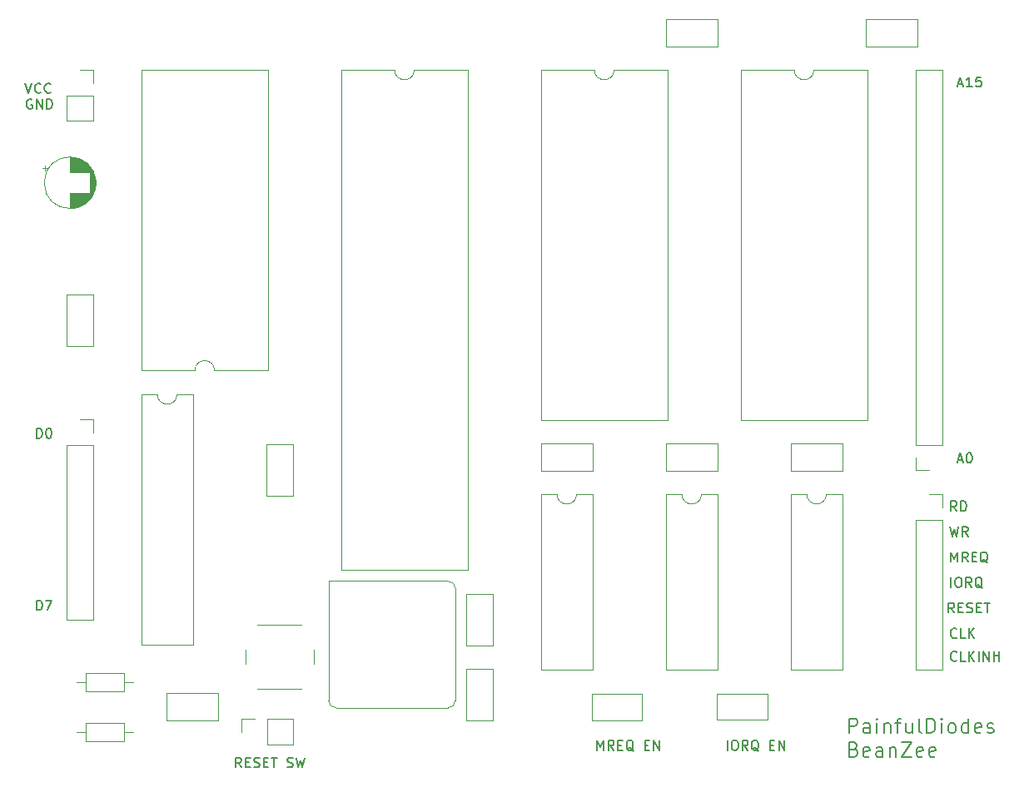
<source format=gbr>
%TF.GenerationSoftware,KiCad,Pcbnew,7.0.10*%
%TF.CreationDate,2024-12-14T08:00:09+00:00*%
%TF.ProjectId,z80_min_sbc_pcb,7a38305f-6d69-46e5-9f73-62635f706362,rev?*%
%TF.SameCoordinates,Original*%
%TF.FileFunction,Legend,Top*%
%TF.FilePolarity,Positive*%
%FSLAX46Y46*%
G04 Gerber Fmt 4.6, Leading zero omitted, Abs format (unit mm)*
G04 Created by KiCad (PCBNEW 7.0.10) date 2024-12-14 08:00:09*
%MOMM*%
%LPD*%
G01*
G04 APERTURE LIST*
%ADD10C,0.187500*%
%ADD11C,0.120000*%
G04 APERTURE END LIST*
D10*
X107361450Y-97117869D02*
X107361450Y-96117869D01*
X107361450Y-96117869D02*
X107599545Y-96117869D01*
X107599545Y-96117869D02*
X107742402Y-96165488D01*
X107742402Y-96165488D02*
X107837640Y-96260726D01*
X107837640Y-96260726D02*
X107885259Y-96355964D01*
X107885259Y-96355964D02*
X107932878Y-96546440D01*
X107932878Y-96546440D02*
X107932878Y-96689297D01*
X107932878Y-96689297D02*
X107885259Y-96879773D01*
X107885259Y-96879773D02*
X107837640Y-96975011D01*
X107837640Y-96975011D02*
X107742402Y-97070250D01*
X107742402Y-97070250D02*
X107599545Y-97117869D01*
X107599545Y-97117869D02*
X107361450Y-97117869D01*
X108551926Y-96117869D02*
X108647164Y-96117869D01*
X108647164Y-96117869D02*
X108742402Y-96165488D01*
X108742402Y-96165488D02*
X108790021Y-96213107D01*
X108790021Y-96213107D02*
X108837640Y-96308345D01*
X108837640Y-96308345D02*
X108885259Y-96498821D01*
X108885259Y-96498821D02*
X108885259Y-96736916D01*
X108885259Y-96736916D02*
X108837640Y-96927392D01*
X108837640Y-96927392D02*
X108790021Y-97022630D01*
X108790021Y-97022630D02*
X108742402Y-97070250D01*
X108742402Y-97070250D02*
X108647164Y-97117869D01*
X108647164Y-97117869D02*
X108551926Y-97117869D01*
X108551926Y-97117869D02*
X108456688Y-97070250D01*
X108456688Y-97070250D02*
X108409069Y-97022630D01*
X108409069Y-97022630D02*
X108361450Y-96927392D01*
X108361450Y-96927392D02*
X108313831Y-96736916D01*
X108313831Y-96736916D02*
X108313831Y-96498821D01*
X108313831Y-96498821D02*
X108361450Y-96308345D01*
X108361450Y-96308345D02*
X108409069Y-96213107D01*
X108409069Y-96213107D02*
X108456688Y-96165488D01*
X108456688Y-96165488D02*
X108551926Y-96117869D01*
X177611450Y-128867869D02*
X177611450Y-127867869D01*
X178278116Y-127867869D02*
X178468592Y-127867869D01*
X178468592Y-127867869D02*
X178563830Y-127915488D01*
X178563830Y-127915488D02*
X178659068Y-128010726D01*
X178659068Y-128010726D02*
X178706687Y-128201202D01*
X178706687Y-128201202D02*
X178706687Y-128534535D01*
X178706687Y-128534535D02*
X178659068Y-128725011D01*
X178659068Y-128725011D02*
X178563830Y-128820250D01*
X178563830Y-128820250D02*
X178468592Y-128867869D01*
X178468592Y-128867869D02*
X178278116Y-128867869D01*
X178278116Y-128867869D02*
X178182878Y-128820250D01*
X178182878Y-128820250D02*
X178087640Y-128725011D01*
X178087640Y-128725011D02*
X178040021Y-128534535D01*
X178040021Y-128534535D02*
X178040021Y-128201202D01*
X178040021Y-128201202D02*
X178087640Y-128010726D01*
X178087640Y-128010726D02*
X178182878Y-127915488D01*
X178182878Y-127915488D02*
X178278116Y-127867869D01*
X179706687Y-128867869D02*
X179373354Y-128391678D01*
X179135259Y-128867869D02*
X179135259Y-127867869D01*
X179135259Y-127867869D02*
X179516211Y-127867869D01*
X179516211Y-127867869D02*
X179611449Y-127915488D01*
X179611449Y-127915488D02*
X179659068Y-127963107D01*
X179659068Y-127963107D02*
X179706687Y-128058345D01*
X179706687Y-128058345D02*
X179706687Y-128201202D01*
X179706687Y-128201202D02*
X179659068Y-128296440D01*
X179659068Y-128296440D02*
X179611449Y-128344059D01*
X179611449Y-128344059D02*
X179516211Y-128391678D01*
X179516211Y-128391678D02*
X179135259Y-128391678D01*
X180801925Y-128963107D02*
X180706687Y-128915488D01*
X180706687Y-128915488D02*
X180611449Y-128820250D01*
X180611449Y-128820250D02*
X180468592Y-128677392D01*
X180468592Y-128677392D02*
X180373354Y-128629773D01*
X180373354Y-128629773D02*
X180278116Y-128629773D01*
X180325735Y-128867869D02*
X180230497Y-128820250D01*
X180230497Y-128820250D02*
X180135259Y-128725011D01*
X180135259Y-128725011D02*
X180087640Y-128534535D01*
X180087640Y-128534535D02*
X180087640Y-128201202D01*
X180087640Y-128201202D02*
X180135259Y-128010726D01*
X180135259Y-128010726D02*
X180230497Y-127915488D01*
X180230497Y-127915488D02*
X180325735Y-127867869D01*
X180325735Y-127867869D02*
X180516211Y-127867869D01*
X180516211Y-127867869D02*
X180611449Y-127915488D01*
X180611449Y-127915488D02*
X180706687Y-128010726D01*
X180706687Y-128010726D02*
X180754306Y-128201202D01*
X180754306Y-128201202D02*
X180754306Y-128534535D01*
X180754306Y-128534535D02*
X180706687Y-128725011D01*
X180706687Y-128725011D02*
X180611449Y-128820250D01*
X180611449Y-128820250D02*
X180516211Y-128867869D01*
X180516211Y-128867869D02*
X180325735Y-128867869D01*
X181944783Y-128344059D02*
X182278116Y-128344059D01*
X182420973Y-128867869D02*
X181944783Y-128867869D01*
X181944783Y-128867869D02*
X181944783Y-127867869D01*
X181944783Y-127867869D02*
X182420973Y-127867869D01*
X182849545Y-128867869D02*
X182849545Y-127867869D01*
X182849545Y-127867869D02*
X183420973Y-128867869D01*
X183420973Y-128867869D02*
X183420973Y-127867869D01*
X107361450Y-114617869D02*
X107361450Y-113617869D01*
X107361450Y-113617869D02*
X107599545Y-113617869D01*
X107599545Y-113617869D02*
X107742402Y-113665488D01*
X107742402Y-113665488D02*
X107837640Y-113760726D01*
X107837640Y-113760726D02*
X107885259Y-113855964D01*
X107885259Y-113855964D02*
X107932878Y-114046440D01*
X107932878Y-114046440D02*
X107932878Y-114189297D01*
X107932878Y-114189297D02*
X107885259Y-114379773D01*
X107885259Y-114379773D02*
X107837640Y-114475011D01*
X107837640Y-114475011D02*
X107742402Y-114570250D01*
X107742402Y-114570250D02*
X107599545Y-114617869D01*
X107599545Y-114617869D02*
X107361450Y-114617869D01*
X108266212Y-113617869D02*
X108932878Y-113617869D01*
X108932878Y-113617869D02*
X108504307Y-114617869D01*
X201063831Y-99332154D02*
X201540021Y-99332154D01*
X200968593Y-99617869D02*
X201301926Y-98617869D01*
X201301926Y-98617869D02*
X201635259Y-99617869D01*
X202159069Y-98617869D02*
X202254307Y-98617869D01*
X202254307Y-98617869D02*
X202349545Y-98665488D01*
X202349545Y-98665488D02*
X202397164Y-98713107D01*
X202397164Y-98713107D02*
X202444783Y-98808345D01*
X202444783Y-98808345D02*
X202492402Y-98998821D01*
X202492402Y-98998821D02*
X202492402Y-99236916D01*
X202492402Y-99236916D02*
X202444783Y-99427392D01*
X202444783Y-99427392D02*
X202397164Y-99522630D01*
X202397164Y-99522630D02*
X202349545Y-99570250D01*
X202349545Y-99570250D02*
X202254307Y-99617869D01*
X202254307Y-99617869D02*
X202159069Y-99617869D01*
X202159069Y-99617869D02*
X202063831Y-99570250D01*
X202063831Y-99570250D02*
X202016212Y-99522630D01*
X202016212Y-99522630D02*
X201968593Y-99427392D01*
X201968593Y-99427392D02*
X201920974Y-99236916D01*
X201920974Y-99236916D02*
X201920974Y-98998821D01*
X201920974Y-98998821D02*
X201968593Y-98808345D01*
X201968593Y-98808345D02*
X202016212Y-98713107D01*
X202016212Y-98713107D02*
X202063831Y-98665488D01*
X202063831Y-98665488D02*
X202159069Y-98617869D01*
X200932878Y-117373630D02*
X200885259Y-117421250D01*
X200885259Y-117421250D02*
X200742402Y-117468869D01*
X200742402Y-117468869D02*
X200647164Y-117468869D01*
X200647164Y-117468869D02*
X200504307Y-117421250D01*
X200504307Y-117421250D02*
X200409069Y-117326011D01*
X200409069Y-117326011D02*
X200361450Y-117230773D01*
X200361450Y-117230773D02*
X200313831Y-117040297D01*
X200313831Y-117040297D02*
X200313831Y-116897440D01*
X200313831Y-116897440D02*
X200361450Y-116706964D01*
X200361450Y-116706964D02*
X200409069Y-116611726D01*
X200409069Y-116611726D02*
X200504307Y-116516488D01*
X200504307Y-116516488D02*
X200647164Y-116468869D01*
X200647164Y-116468869D02*
X200742402Y-116468869D01*
X200742402Y-116468869D02*
X200885259Y-116516488D01*
X200885259Y-116516488D02*
X200932878Y-116564107D01*
X201837640Y-117468869D02*
X201361450Y-117468869D01*
X201361450Y-117468869D02*
X201361450Y-116468869D01*
X202170974Y-117468869D02*
X202170974Y-116468869D01*
X202742402Y-117468869D02*
X202313831Y-116897440D01*
X202742402Y-116468869D02*
X202170974Y-117040297D01*
X164361450Y-128867869D02*
X164361450Y-127867869D01*
X164361450Y-127867869D02*
X164694783Y-128582154D01*
X164694783Y-128582154D02*
X165028116Y-127867869D01*
X165028116Y-127867869D02*
X165028116Y-128867869D01*
X166075735Y-128867869D02*
X165742402Y-128391678D01*
X165504307Y-128867869D02*
X165504307Y-127867869D01*
X165504307Y-127867869D02*
X165885259Y-127867869D01*
X165885259Y-127867869D02*
X165980497Y-127915488D01*
X165980497Y-127915488D02*
X166028116Y-127963107D01*
X166028116Y-127963107D02*
X166075735Y-128058345D01*
X166075735Y-128058345D02*
X166075735Y-128201202D01*
X166075735Y-128201202D02*
X166028116Y-128296440D01*
X166028116Y-128296440D02*
X165980497Y-128344059D01*
X165980497Y-128344059D02*
X165885259Y-128391678D01*
X165885259Y-128391678D02*
X165504307Y-128391678D01*
X166504307Y-128344059D02*
X166837640Y-128344059D01*
X166980497Y-128867869D02*
X166504307Y-128867869D01*
X166504307Y-128867869D02*
X166504307Y-127867869D01*
X166504307Y-127867869D02*
X166980497Y-127867869D01*
X168075735Y-128963107D02*
X167980497Y-128915488D01*
X167980497Y-128915488D02*
X167885259Y-128820250D01*
X167885259Y-128820250D02*
X167742402Y-128677392D01*
X167742402Y-128677392D02*
X167647164Y-128629773D01*
X167647164Y-128629773D02*
X167551926Y-128629773D01*
X167599545Y-128867869D02*
X167504307Y-128820250D01*
X167504307Y-128820250D02*
X167409069Y-128725011D01*
X167409069Y-128725011D02*
X167361450Y-128534535D01*
X167361450Y-128534535D02*
X167361450Y-128201202D01*
X167361450Y-128201202D02*
X167409069Y-128010726D01*
X167409069Y-128010726D02*
X167504307Y-127915488D01*
X167504307Y-127915488D02*
X167599545Y-127867869D01*
X167599545Y-127867869D02*
X167790021Y-127867869D01*
X167790021Y-127867869D02*
X167885259Y-127915488D01*
X167885259Y-127915488D02*
X167980497Y-128010726D01*
X167980497Y-128010726D02*
X168028116Y-128201202D01*
X168028116Y-128201202D02*
X168028116Y-128534535D01*
X168028116Y-128534535D02*
X167980497Y-128725011D01*
X167980497Y-128725011D02*
X167885259Y-128820250D01*
X167885259Y-128820250D02*
X167790021Y-128867869D01*
X167790021Y-128867869D02*
X167599545Y-128867869D01*
X169218593Y-128344059D02*
X169551926Y-128344059D01*
X169694783Y-128867869D02*
X169218593Y-128867869D01*
X169218593Y-128867869D02*
X169218593Y-127867869D01*
X169218593Y-127867869D02*
X169694783Y-127867869D01*
X170123355Y-128867869D02*
X170123355Y-127867869D01*
X170123355Y-127867869D02*
X170694783Y-128867869D01*
X170694783Y-128867869D02*
X170694783Y-127867869D01*
X200682878Y-114881119D02*
X200349545Y-114404928D01*
X200111450Y-114881119D02*
X200111450Y-113881119D01*
X200111450Y-113881119D02*
X200492402Y-113881119D01*
X200492402Y-113881119D02*
X200587640Y-113928738D01*
X200587640Y-113928738D02*
X200635259Y-113976357D01*
X200635259Y-113976357D02*
X200682878Y-114071595D01*
X200682878Y-114071595D02*
X200682878Y-114214452D01*
X200682878Y-114214452D02*
X200635259Y-114309690D01*
X200635259Y-114309690D02*
X200587640Y-114357309D01*
X200587640Y-114357309D02*
X200492402Y-114404928D01*
X200492402Y-114404928D02*
X200111450Y-114404928D01*
X201111450Y-114357309D02*
X201444783Y-114357309D01*
X201587640Y-114881119D02*
X201111450Y-114881119D01*
X201111450Y-114881119D02*
X201111450Y-113881119D01*
X201111450Y-113881119D02*
X201587640Y-113881119D01*
X201968593Y-114833500D02*
X202111450Y-114881119D01*
X202111450Y-114881119D02*
X202349545Y-114881119D01*
X202349545Y-114881119D02*
X202444783Y-114833500D01*
X202444783Y-114833500D02*
X202492402Y-114785880D01*
X202492402Y-114785880D02*
X202540021Y-114690642D01*
X202540021Y-114690642D02*
X202540021Y-114595404D01*
X202540021Y-114595404D02*
X202492402Y-114500166D01*
X202492402Y-114500166D02*
X202444783Y-114452547D01*
X202444783Y-114452547D02*
X202349545Y-114404928D01*
X202349545Y-114404928D02*
X202159069Y-114357309D01*
X202159069Y-114357309D02*
X202063831Y-114309690D01*
X202063831Y-114309690D02*
X202016212Y-114262071D01*
X202016212Y-114262071D02*
X201968593Y-114166833D01*
X201968593Y-114166833D02*
X201968593Y-114071595D01*
X201968593Y-114071595D02*
X202016212Y-113976357D01*
X202016212Y-113976357D02*
X202063831Y-113928738D01*
X202063831Y-113928738D02*
X202159069Y-113881119D01*
X202159069Y-113881119D02*
X202397164Y-113881119D01*
X202397164Y-113881119D02*
X202540021Y-113928738D01*
X202968593Y-114357309D02*
X203301926Y-114357309D01*
X203444783Y-114881119D02*
X202968593Y-114881119D01*
X202968593Y-114881119D02*
X202968593Y-113881119D01*
X202968593Y-113881119D02*
X203444783Y-113881119D01*
X203730498Y-113881119D02*
X204301926Y-113881119D01*
X204016212Y-114881119D02*
X204016212Y-113881119D01*
X200932878Y-119711380D02*
X200885259Y-119759000D01*
X200885259Y-119759000D02*
X200742402Y-119806619D01*
X200742402Y-119806619D02*
X200647164Y-119806619D01*
X200647164Y-119806619D02*
X200504307Y-119759000D01*
X200504307Y-119759000D02*
X200409069Y-119663761D01*
X200409069Y-119663761D02*
X200361450Y-119568523D01*
X200361450Y-119568523D02*
X200313831Y-119378047D01*
X200313831Y-119378047D02*
X200313831Y-119235190D01*
X200313831Y-119235190D02*
X200361450Y-119044714D01*
X200361450Y-119044714D02*
X200409069Y-118949476D01*
X200409069Y-118949476D02*
X200504307Y-118854238D01*
X200504307Y-118854238D02*
X200647164Y-118806619D01*
X200647164Y-118806619D02*
X200742402Y-118806619D01*
X200742402Y-118806619D02*
X200885259Y-118854238D01*
X200885259Y-118854238D02*
X200932878Y-118901857D01*
X201837640Y-119806619D02*
X201361450Y-119806619D01*
X201361450Y-119806619D02*
X201361450Y-118806619D01*
X202170974Y-119806619D02*
X202170974Y-118806619D01*
X202742402Y-119806619D02*
X202313831Y-119235190D01*
X202742402Y-118806619D02*
X202170974Y-119378047D01*
X203170974Y-119806619D02*
X203170974Y-118806619D01*
X203647164Y-119806619D02*
X203647164Y-118806619D01*
X203647164Y-118806619D02*
X204218592Y-119806619D01*
X204218592Y-119806619D02*
X204218592Y-118806619D01*
X204694783Y-119806619D02*
X204694783Y-118806619D01*
X204694783Y-119282809D02*
X205266211Y-119282809D01*
X205266211Y-119806619D02*
X205266211Y-118806619D01*
X200932878Y-104530119D02*
X200599545Y-104053928D01*
X200361450Y-104530119D02*
X200361450Y-103530119D01*
X200361450Y-103530119D02*
X200742402Y-103530119D01*
X200742402Y-103530119D02*
X200837640Y-103577738D01*
X200837640Y-103577738D02*
X200885259Y-103625357D01*
X200885259Y-103625357D02*
X200932878Y-103720595D01*
X200932878Y-103720595D02*
X200932878Y-103863452D01*
X200932878Y-103863452D02*
X200885259Y-103958690D01*
X200885259Y-103958690D02*
X200837640Y-104006309D01*
X200837640Y-104006309D02*
X200742402Y-104053928D01*
X200742402Y-104053928D02*
X200361450Y-104053928D01*
X201361450Y-104530119D02*
X201361450Y-103530119D01*
X201361450Y-103530119D02*
X201599545Y-103530119D01*
X201599545Y-103530119D02*
X201742402Y-103577738D01*
X201742402Y-103577738D02*
X201837640Y-103672976D01*
X201837640Y-103672976D02*
X201885259Y-103768214D01*
X201885259Y-103768214D02*
X201932878Y-103958690D01*
X201932878Y-103958690D02*
X201932878Y-104101547D01*
X201932878Y-104101547D02*
X201885259Y-104292023D01*
X201885259Y-104292023D02*
X201837640Y-104387261D01*
X201837640Y-104387261D02*
X201742402Y-104482500D01*
X201742402Y-104482500D02*
X201599545Y-104530119D01*
X201599545Y-104530119D02*
X201361450Y-104530119D01*
X189980497Y-127141678D02*
X189980497Y-125641678D01*
X189980497Y-125641678D02*
X190551926Y-125641678D01*
X190551926Y-125641678D02*
X190694783Y-125713107D01*
X190694783Y-125713107D02*
X190766212Y-125784535D01*
X190766212Y-125784535D02*
X190837640Y-125927392D01*
X190837640Y-125927392D02*
X190837640Y-126141678D01*
X190837640Y-126141678D02*
X190766212Y-126284535D01*
X190766212Y-126284535D02*
X190694783Y-126355964D01*
X190694783Y-126355964D02*
X190551926Y-126427392D01*
X190551926Y-126427392D02*
X189980497Y-126427392D01*
X192123355Y-127141678D02*
X192123355Y-126355964D01*
X192123355Y-126355964D02*
X192051926Y-126213107D01*
X192051926Y-126213107D02*
X191909069Y-126141678D01*
X191909069Y-126141678D02*
X191623355Y-126141678D01*
X191623355Y-126141678D02*
X191480497Y-126213107D01*
X192123355Y-127070250D02*
X191980497Y-127141678D01*
X191980497Y-127141678D02*
X191623355Y-127141678D01*
X191623355Y-127141678D02*
X191480497Y-127070250D01*
X191480497Y-127070250D02*
X191409069Y-126927392D01*
X191409069Y-126927392D02*
X191409069Y-126784535D01*
X191409069Y-126784535D02*
X191480497Y-126641678D01*
X191480497Y-126641678D02*
X191623355Y-126570250D01*
X191623355Y-126570250D02*
X191980497Y-126570250D01*
X191980497Y-126570250D02*
X192123355Y-126498821D01*
X192837640Y-127141678D02*
X192837640Y-126141678D01*
X192837640Y-125641678D02*
X192766212Y-125713107D01*
X192766212Y-125713107D02*
X192837640Y-125784535D01*
X192837640Y-125784535D02*
X192909069Y-125713107D01*
X192909069Y-125713107D02*
X192837640Y-125641678D01*
X192837640Y-125641678D02*
X192837640Y-125784535D01*
X193551926Y-126141678D02*
X193551926Y-127141678D01*
X193551926Y-126284535D02*
X193623355Y-126213107D01*
X193623355Y-126213107D02*
X193766212Y-126141678D01*
X193766212Y-126141678D02*
X193980498Y-126141678D01*
X193980498Y-126141678D02*
X194123355Y-126213107D01*
X194123355Y-126213107D02*
X194194784Y-126355964D01*
X194194784Y-126355964D02*
X194194784Y-127141678D01*
X194694784Y-126141678D02*
X195266212Y-126141678D01*
X194909069Y-127141678D02*
X194909069Y-125855964D01*
X194909069Y-125855964D02*
X194980498Y-125713107D01*
X194980498Y-125713107D02*
X195123355Y-125641678D01*
X195123355Y-125641678D02*
X195266212Y-125641678D01*
X196409070Y-126141678D02*
X196409070Y-127141678D01*
X195766212Y-126141678D02*
X195766212Y-126927392D01*
X195766212Y-126927392D02*
X195837641Y-127070250D01*
X195837641Y-127070250D02*
X195980498Y-127141678D01*
X195980498Y-127141678D02*
X196194784Y-127141678D01*
X196194784Y-127141678D02*
X196337641Y-127070250D01*
X196337641Y-127070250D02*
X196409070Y-126998821D01*
X197337641Y-127141678D02*
X197194784Y-127070250D01*
X197194784Y-127070250D02*
X197123355Y-126927392D01*
X197123355Y-126927392D02*
X197123355Y-125641678D01*
X197909069Y-127141678D02*
X197909069Y-125641678D01*
X197909069Y-125641678D02*
X198266212Y-125641678D01*
X198266212Y-125641678D02*
X198480498Y-125713107D01*
X198480498Y-125713107D02*
X198623355Y-125855964D01*
X198623355Y-125855964D02*
X198694784Y-125998821D01*
X198694784Y-125998821D02*
X198766212Y-126284535D01*
X198766212Y-126284535D02*
X198766212Y-126498821D01*
X198766212Y-126498821D02*
X198694784Y-126784535D01*
X198694784Y-126784535D02*
X198623355Y-126927392D01*
X198623355Y-126927392D02*
X198480498Y-127070250D01*
X198480498Y-127070250D02*
X198266212Y-127141678D01*
X198266212Y-127141678D02*
X197909069Y-127141678D01*
X199409069Y-127141678D02*
X199409069Y-126141678D01*
X199409069Y-125641678D02*
X199337641Y-125713107D01*
X199337641Y-125713107D02*
X199409069Y-125784535D01*
X199409069Y-125784535D02*
X199480498Y-125713107D01*
X199480498Y-125713107D02*
X199409069Y-125641678D01*
X199409069Y-125641678D02*
X199409069Y-125784535D01*
X200337641Y-127141678D02*
X200194784Y-127070250D01*
X200194784Y-127070250D02*
X200123355Y-126998821D01*
X200123355Y-126998821D02*
X200051927Y-126855964D01*
X200051927Y-126855964D02*
X200051927Y-126427392D01*
X200051927Y-126427392D02*
X200123355Y-126284535D01*
X200123355Y-126284535D02*
X200194784Y-126213107D01*
X200194784Y-126213107D02*
X200337641Y-126141678D01*
X200337641Y-126141678D02*
X200551927Y-126141678D01*
X200551927Y-126141678D02*
X200694784Y-126213107D01*
X200694784Y-126213107D02*
X200766213Y-126284535D01*
X200766213Y-126284535D02*
X200837641Y-126427392D01*
X200837641Y-126427392D02*
X200837641Y-126855964D01*
X200837641Y-126855964D02*
X200766213Y-126998821D01*
X200766213Y-126998821D02*
X200694784Y-127070250D01*
X200694784Y-127070250D02*
X200551927Y-127141678D01*
X200551927Y-127141678D02*
X200337641Y-127141678D01*
X202123356Y-127141678D02*
X202123356Y-125641678D01*
X202123356Y-127070250D02*
X201980498Y-127141678D01*
X201980498Y-127141678D02*
X201694784Y-127141678D01*
X201694784Y-127141678D02*
X201551927Y-127070250D01*
X201551927Y-127070250D02*
X201480498Y-126998821D01*
X201480498Y-126998821D02*
X201409070Y-126855964D01*
X201409070Y-126855964D02*
X201409070Y-126427392D01*
X201409070Y-126427392D02*
X201480498Y-126284535D01*
X201480498Y-126284535D02*
X201551927Y-126213107D01*
X201551927Y-126213107D02*
X201694784Y-126141678D01*
X201694784Y-126141678D02*
X201980498Y-126141678D01*
X201980498Y-126141678D02*
X202123356Y-126213107D01*
X203409070Y-127070250D02*
X203266213Y-127141678D01*
X203266213Y-127141678D02*
X202980499Y-127141678D01*
X202980499Y-127141678D02*
X202837641Y-127070250D01*
X202837641Y-127070250D02*
X202766213Y-126927392D01*
X202766213Y-126927392D02*
X202766213Y-126355964D01*
X202766213Y-126355964D02*
X202837641Y-126213107D01*
X202837641Y-126213107D02*
X202980499Y-126141678D01*
X202980499Y-126141678D02*
X203266213Y-126141678D01*
X203266213Y-126141678D02*
X203409070Y-126213107D01*
X203409070Y-126213107D02*
X203480499Y-126355964D01*
X203480499Y-126355964D02*
X203480499Y-126498821D01*
X203480499Y-126498821D02*
X202766213Y-126641678D01*
X204051927Y-127070250D02*
X204194784Y-127141678D01*
X204194784Y-127141678D02*
X204480498Y-127141678D01*
X204480498Y-127141678D02*
X204623355Y-127070250D01*
X204623355Y-127070250D02*
X204694784Y-126927392D01*
X204694784Y-126927392D02*
X204694784Y-126855964D01*
X204694784Y-126855964D02*
X204623355Y-126713107D01*
X204623355Y-126713107D02*
X204480498Y-126641678D01*
X204480498Y-126641678D02*
X204266213Y-126641678D01*
X204266213Y-126641678D02*
X204123355Y-126570250D01*
X204123355Y-126570250D02*
X204051927Y-126427392D01*
X204051927Y-126427392D02*
X204051927Y-126355964D01*
X204051927Y-126355964D02*
X204123355Y-126213107D01*
X204123355Y-126213107D02*
X204266213Y-126141678D01*
X204266213Y-126141678D02*
X204480498Y-126141678D01*
X204480498Y-126141678D02*
X204623355Y-126213107D01*
X190480497Y-128770964D02*
X190694783Y-128842392D01*
X190694783Y-128842392D02*
X190766212Y-128913821D01*
X190766212Y-128913821D02*
X190837640Y-129056678D01*
X190837640Y-129056678D02*
X190837640Y-129270964D01*
X190837640Y-129270964D02*
X190766212Y-129413821D01*
X190766212Y-129413821D02*
X190694783Y-129485250D01*
X190694783Y-129485250D02*
X190551926Y-129556678D01*
X190551926Y-129556678D02*
X189980497Y-129556678D01*
X189980497Y-129556678D02*
X189980497Y-128056678D01*
X189980497Y-128056678D02*
X190480497Y-128056678D01*
X190480497Y-128056678D02*
X190623355Y-128128107D01*
X190623355Y-128128107D02*
X190694783Y-128199535D01*
X190694783Y-128199535D02*
X190766212Y-128342392D01*
X190766212Y-128342392D02*
X190766212Y-128485250D01*
X190766212Y-128485250D02*
X190694783Y-128628107D01*
X190694783Y-128628107D02*
X190623355Y-128699535D01*
X190623355Y-128699535D02*
X190480497Y-128770964D01*
X190480497Y-128770964D02*
X189980497Y-128770964D01*
X192051926Y-129485250D02*
X191909069Y-129556678D01*
X191909069Y-129556678D02*
X191623355Y-129556678D01*
X191623355Y-129556678D02*
X191480497Y-129485250D01*
X191480497Y-129485250D02*
X191409069Y-129342392D01*
X191409069Y-129342392D02*
X191409069Y-128770964D01*
X191409069Y-128770964D02*
X191480497Y-128628107D01*
X191480497Y-128628107D02*
X191623355Y-128556678D01*
X191623355Y-128556678D02*
X191909069Y-128556678D01*
X191909069Y-128556678D02*
X192051926Y-128628107D01*
X192051926Y-128628107D02*
X192123355Y-128770964D01*
X192123355Y-128770964D02*
X192123355Y-128913821D01*
X192123355Y-128913821D02*
X191409069Y-129056678D01*
X193409069Y-129556678D02*
X193409069Y-128770964D01*
X193409069Y-128770964D02*
X193337640Y-128628107D01*
X193337640Y-128628107D02*
X193194783Y-128556678D01*
X193194783Y-128556678D02*
X192909069Y-128556678D01*
X192909069Y-128556678D02*
X192766211Y-128628107D01*
X193409069Y-129485250D02*
X193266211Y-129556678D01*
X193266211Y-129556678D02*
X192909069Y-129556678D01*
X192909069Y-129556678D02*
X192766211Y-129485250D01*
X192766211Y-129485250D02*
X192694783Y-129342392D01*
X192694783Y-129342392D02*
X192694783Y-129199535D01*
X192694783Y-129199535D02*
X192766211Y-129056678D01*
X192766211Y-129056678D02*
X192909069Y-128985250D01*
X192909069Y-128985250D02*
X193266211Y-128985250D01*
X193266211Y-128985250D02*
X193409069Y-128913821D01*
X194123354Y-128556678D02*
X194123354Y-129556678D01*
X194123354Y-128699535D02*
X194194783Y-128628107D01*
X194194783Y-128628107D02*
X194337640Y-128556678D01*
X194337640Y-128556678D02*
X194551926Y-128556678D01*
X194551926Y-128556678D02*
X194694783Y-128628107D01*
X194694783Y-128628107D02*
X194766212Y-128770964D01*
X194766212Y-128770964D02*
X194766212Y-129556678D01*
X195337640Y-128056678D02*
X196337640Y-128056678D01*
X196337640Y-128056678D02*
X195337640Y-129556678D01*
X195337640Y-129556678D02*
X196337640Y-129556678D01*
X197480497Y-129485250D02*
X197337640Y-129556678D01*
X197337640Y-129556678D02*
X197051926Y-129556678D01*
X197051926Y-129556678D02*
X196909068Y-129485250D01*
X196909068Y-129485250D02*
X196837640Y-129342392D01*
X196837640Y-129342392D02*
X196837640Y-128770964D01*
X196837640Y-128770964D02*
X196909068Y-128628107D01*
X196909068Y-128628107D02*
X197051926Y-128556678D01*
X197051926Y-128556678D02*
X197337640Y-128556678D01*
X197337640Y-128556678D02*
X197480497Y-128628107D01*
X197480497Y-128628107D02*
X197551926Y-128770964D01*
X197551926Y-128770964D02*
X197551926Y-128913821D01*
X197551926Y-128913821D02*
X196837640Y-129056678D01*
X198766211Y-129485250D02*
X198623354Y-129556678D01*
X198623354Y-129556678D02*
X198337640Y-129556678D01*
X198337640Y-129556678D02*
X198194782Y-129485250D01*
X198194782Y-129485250D02*
X198123354Y-129342392D01*
X198123354Y-129342392D02*
X198123354Y-128770964D01*
X198123354Y-128770964D02*
X198194782Y-128628107D01*
X198194782Y-128628107D02*
X198337640Y-128556678D01*
X198337640Y-128556678D02*
X198623354Y-128556678D01*
X198623354Y-128556678D02*
X198766211Y-128628107D01*
X198766211Y-128628107D02*
X198837640Y-128770964D01*
X198837640Y-128770964D02*
X198837640Y-128913821D01*
X198837640Y-128913821D02*
X198123354Y-129056678D01*
X200361450Y-112293369D02*
X200361450Y-111293369D01*
X201028116Y-111293369D02*
X201218592Y-111293369D01*
X201218592Y-111293369D02*
X201313830Y-111340988D01*
X201313830Y-111340988D02*
X201409068Y-111436226D01*
X201409068Y-111436226D02*
X201456687Y-111626702D01*
X201456687Y-111626702D02*
X201456687Y-111960035D01*
X201456687Y-111960035D02*
X201409068Y-112150511D01*
X201409068Y-112150511D02*
X201313830Y-112245750D01*
X201313830Y-112245750D02*
X201218592Y-112293369D01*
X201218592Y-112293369D02*
X201028116Y-112293369D01*
X201028116Y-112293369D02*
X200932878Y-112245750D01*
X200932878Y-112245750D02*
X200837640Y-112150511D01*
X200837640Y-112150511D02*
X200790021Y-111960035D01*
X200790021Y-111960035D02*
X200790021Y-111626702D01*
X200790021Y-111626702D02*
X200837640Y-111436226D01*
X200837640Y-111436226D02*
X200932878Y-111340988D01*
X200932878Y-111340988D02*
X201028116Y-111293369D01*
X202456687Y-112293369D02*
X202123354Y-111817178D01*
X201885259Y-112293369D02*
X201885259Y-111293369D01*
X201885259Y-111293369D02*
X202266211Y-111293369D01*
X202266211Y-111293369D02*
X202361449Y-111340988D01*
X202361449Y-111340988D02*
X202409068Y-111388607D01*
X202409068Y-111388607D02*
X202456687Y-111483845D01*
X202456687Y-111483845D02*
X202456687Y-111626702D01*
X202456687Y-111626702D02*
X202409068Y-111721940D01*
X202409068Y-111721940D02*
X202361449Y-111769559D01*
X202361449Y-111769559D02*
X202266211Y-111817178D01*
X202266211Y-111817178D02*
X201885259Y-111817178D01*
X203551925Y-112388607D02*
X203456687Y-112340988D01*
X203456687Y-112340988D02*
X203361449Y-112245750D01*
X203361449Y-112245750D02*
X203218592Y-112102892D01*
X203218592Y-112102892D02*
X203123354Y-112055273D01*
X203123354Y-112055273D02*
X203028116Y-112055273D01*
X203075735Y-112293369D02*
X202980497Y-112245750D01*
X202980497Y-112245750D02*
X202885259Y-112150511D01*
X202885259Y-112150511D02*
X202837640Y-111960035D01*
X202837640Y-111960035D02*
X202837640Y-111626702D01*
X202837640Y-111626702D02*
X202885259Y-111436226D01*
X202885259Y-111436226D02*
X202980497Y-111340988D01*
X202980497Y-111340988D02*
X203075735Y-111293369D01*
X203075735Y-111293369D02*
X203266211Y-111293369D01*
X203266211Y-111293369D02*
X203361449Y-111340988D01*
X203361449Y-111340988D02*
X203456687Y-111436226D01*
X203456687Y-111436226D02*
X203504306Y-111626702D01*
X203504306Y-111626702D02*
X203504306Y-111960035D01*
X203504306Y-111960035D02*
X203456687Y-112150511D01*
X203456687Y-112150511D02*
X203361449Y-112245750D01*
X203361449Y-112245750D02*
X203266211Y-112293369D01*
X203266211Y-112293369D02*
X203075735Y-112293369D01*
X200266212Y-106117869D02*
X200504307Y-107117869D01*
X200504307Y-107117869D02*
X200694783Y-106403583D01*
X200694783Y-106403583D02*
X200885259Y-107117869D01*
X200885259Y-107117869D02*
X201123355Y-106117869D01*
X202075735Y-107117869D02*
X201742402Y-106641678D01*
X201504307Y-107117869D02*
X201504307Y-106117869D01*
X201504307Y-106117869D02*
X201885259Y-106117869D01*
X201885259Y-106117869D02*
X201980497Y-106165488D01*
X201980497Y-106165488D02*
X202028116Y-106213107D01*
X202028116Y-106213107D02*
X202075735Y-106308345D01*
X202075735Y-106308345D02*
X202075735Y-106451202D01*
X202075735Y-106451202D02*
X202028116Y-106546440D01*
X202028116Y-106546440D02*
X201980497Y-106594059D01*
X201980497Y-106594059D02*
X201885259Y-106641678D01*
X201885259Y-106641678D02*
X201504307Y-106641678D01*
X200361450Y-109705619D02*
X200361450Y-108705619D01*
X200361450Y-108705619D02*
X200694783Y-109419904D01*
X200694783Y-109419904D02*
X201028116Y-108705619D01*
X201028116Y-108705619D02*
X201028116Y-109705619D01*
X202075735Y-109705619D02*
X201742402Y-109229428D01*
X201504307Y-109705619D02*
X201504307Y-108705619D01*
X201504307Y-108705619D02*
X201885259Y-108705619D01*
X201885259Y-108705619D02*
X201980497Y-108753238D01*
X201980497Y-108753238D02*
X202028116Y-108800857D01*
X202028116Y-108800857D02*
X202075735Y-108896095D01*
X202075735Y-108896095D02*
X202075735Y-109038952D01*
X202075735Y-109038952D02*
X202028116Y-109134190D01*
X202028116Y-109134190D02*
X201980497Y-109181809D01*
X201980497Y-109181809D02*
X201885259Y-109229428D01*
X201885259Y-109229428D02*
X201504307Y-109229428D01*
X202504307Y-109181809D02*
X202837640Y-109181809D01*
X202980497Y-109705619D02*
X202504307Y-109705619D01*
X202504307Y-109705619D02*
X202504307Y-108705619D01*
X202504307Y-108705619D02*
X202980497Y-108705619D01*
X204075735Y-109800857D02*
X203980497Y-109753238D01*
X203980497Y-109753238D02*
X203885259Y-109658000D01*
X203885259Y-109658000D02*
X203742402Y-109515142D01*
X203742402Y-109515142D02*
X203647164Y-109467523D01*
X203647164Y-109467523D02*
X203551926Y-109467523D01*
X203599545Y-109705619D02*
X203504307Y-109658000D01*
X203504307Y-109658000D02*
X203409069Y-109562761D01*
X203409069Y-109562761D02*
X203361450Y-109372285D01*
X203361450Y-109372285D02*
X203361450Y-109038952D01*
X203361450Y-109038952D02*
X203409069Y-108848476D01*
X203409069Y-108848476D02*
X203504307Y-108753238D01*
X203504307Y-108753238D02*
X203599545Y-108705619D01*
X203599545Y-108705619D02*
X203790021Y-108705619D01*
X203790021Y-108705619D02*
X203885259Y-108753238D01*
X203885259Y-108753238D02*
X203980497Y-108848476D01*
X203980497Y-108848476D02*
X204028116Y-109038952D01*
X204028116Y-109038952D02*
X204028116Y-109372285D01*
X204028116Y-109372285D02*
X203980497Y-109562761D01*
X203980497Y-109562761D02*
X203885259Y-109658000D01*
X203885259Y-109658000D02*
X203790021Y-109705619D01*
X203790021Y-109705619D02*
X203599545Y-109705619D01*
X201063831Y-61082154D02*
X201540021Y-61082154D01*
X200968593Y-61367869D02*
X201301926Y-60367869D01*
X201301926Y-60367869D02*
X201635259Y-61367869D01*
X202492402Y-61367869D02*
X201920974Y-61367869D01*
X202206688Y-61367869D02*
X202206688Y-60367869D01*
X202206688Y-60367869D02*
X202111450Y-60510726D01*
X202111450Y-60510726D02*
X202016212Y-60605964D01*
X202016212Y-60605964D02*
X201920974Y-60653583D01*
X203397164Y-60367869D02*
X202920974Y-60367869D01*
X202920974Y-60367869D02*
X202873355Y-60844059D01*
X202873355Y-60844059D02*
X202920974Y-60796440D01*
X202920974Y-60796440D02*
X203016212Y-60748821D01*
X203016212Y-60748821D02*
X203254307Y-60748821D01*
X203254307Y-60748821D02*
X203349545Y-60796440D01*
X203349545Y-60796440D02*
X203397164Y-60844059D01*
X203397164Y-60844059D02*
X203444783Y-60939297D01*
X203444783Y-60939297D02*
X203444783Y-61177392D01*
X203444783Y-61177392D02*
X203397164Y-61272630D01*
X203397164Y-61272630D02*
X203349545Y-61320250D01*
X203349545Y-61320250D02*
X203254307Y-61367869D01*
X203254307Y-61367869D02*
X203016212Y-61367869D01*
X203016212Y-61367869D02*
X202920974Y-61320250D01*
X202920974Y-61320250D02*
X202873355Y-61272630D01*
X128182878Y-130617869D02*
X127849545Y-130141678D01*
X127611450Y-130617869D02*
X127611450Y-129617869D01*
X127611450Y-129617869D02*
X127992402Y-129617869D01*
X127992402Y-129617869D02*
X128087640Y-129665488D01*
X128087640Y-129665488D02*
X128135259Y-129713107D01*
X128135259Y-129713107D02*
X128182878Y-129808345D01*
X128182878Y-129808345D02*
X128182878Y-129951202D01*
X128182878Y-129951202D02*
X128135259Y-130046440D01*
X128135259Y-130046440D02*
X128087640Y-130094059D01*
X128087640Y-130094059D02*
X127992402Y-130141678D01*
X127992402Y-130141678D02*
X127611450Y-130141678D01*
X128611450Y-130094059D02*
X128944783Y-130094059D01*
X129087640Y-130617869D02*
X128611450Y-130617869D01*
X128611450Y-130617869D02*
X128611450Y-129617869D01*
X128611450Y-129617869D02*
X129087640Y-129617869D01*
X129468593Y-130570250D02*
X129611450Y-130617869D01*
X129611450Y-130617869D02*
X129849545Y-130617869D01*
X129849545Y-130617869D02*
X129944783Y-130570250D01*
X129944783Y-130570250D02*
X129992402Y-130522630D01*
X129992402Y-130522630D02*
X130040021Y-130427392D01*
X130040021Y-130427392D02*
X130040021Y-130332154D01*
X130040021Y-130332154D02*
X129992402Y-130236916D01*
X129992402Y-130236916D02*
X129944783Y-130189297D01*
X129944783Y-130189297D02*
X129849545Y-130141678D01*
X129849545Y-130141678D02*
X129659069Y-130094059D01*
X129659069Y-130094059D02*
X129563831Y-130046440D01*
X129563831Y-130046440D02*
X129516212Y-129998821D01*
X129516212Y-129998821D02*
X129468593Y-129903583D01*
X129468593Y-129903583D02*
X129468593Y-129808345D01*
X129468593Y-129808345D02*
X129516212Y-129713107D01*
X129516212Y-129713107D02*
X129563831Y-129665488D01*
X129563831Y-129665488D02*
X129659069Y-129617869D01*
X129659069Y-129617869D02*
X129897164Y-129617869D01*
X129897164Y-129617869D02*
X130040021Y-129665488D01*
X130468593Y-130094059D02*
X130801926Y-130094059D01*
X130944783Y-130617869D02*
X130468593Y-130617869D01*
X130468593Y-130617869D02*
X130468593Y-129617869D01*
X130468593Y-129617869D02*
X130944783Y-129617869D01*
X131230498Y-129617869D02*
X131801926Y-129617869D01*
X131516212Y-130617869D02*
X131516212Y-129617869D01*
X132849546Y-130570250D02*
X132992403Y-130617869D01*
X132992403Y-130617869D02*
X133230498Y-130617869D01*
X133230498Y-130617869D02*
X133325736Y-130570250D01*
X133325736Y-130570250D02*
X133373355Y-130522630D01*
X133373355Y-130522630D02*
X133420974Y-130427392D01*
X133420974Y-130427392D02*
X133420974Y-130332154D01*
X133420974Y-130332154D02*
X133373355Y-130236916D01*
X133373355Y-130236916D02*
X133325736Y-130189297D01*
X133325736Y-130189297D02*
X133230498Y-130141678D01*
X133230498Y-130141678D02*
X133040022Y-130094059D01*
X133040022Y-130094059D02*
X132944784Y-130046440D01*
X132944784Y-130046440D02*
X132897165Y-129998821D01*
X132897165Y-129998821D02*
X132849546Y-129903583D01*
X132849546Y-129903583D02*
X132849546Y-129808345D01*
X132849546Y-129808345D02*
X132897165Y-129713107D01*
X132897165Y-129713107D02*
X132944784Y-129665488D01*
X132944784Y-129665488D02*
X133040022Y-129617869D01*
X133040022Y-129617869D02*
X133278117Y-129617869D01*
X133278117Y-129617869D02*
X133420974Y-129665488D01*
X133754308Y-129617869D02*
X133992403Y-130617869D01*
X133992403Y-130617869D02*
X134182879Y-129903583D01*
X134182879Y-129903583D02*
X134373355Y-130617869D01*
X134373355Y-130617869D02*
X134611451Y-129617869D01*
X106218593Y-61007869D02*
X106551926Y-62007869D01*
X106551926Y-62007869D02*
X106885259Y-61007869D01*
X107790021Y-61912630D02*
X107742402Y-61960250D01*
X107742402Y-61960250D02*
X107599545Y-62007869D01*
X107599545Y-62007869D02*
X107504307Y-62007869D01*
X107504307Y-62007869D02*
X107361450Y-61960250D01*
X107361450Y-61960250D02*
X107266212Y-61865011D01*
X107266212Y-61865011D02*
X107218593Y-61769773D01*
X107218593Y-61769773D02*
X107170974Y-61579297D01*
X107170974Y-61579297D02*
X107170974Y-61436440D01*
X107170974Y-61436440D02*
X107218593Y-61245964D01*
X107218593Y-61245964D02*
X107266212Y-61150726D01*
X107266212Y-61150726D02*
X107361450Y-61055488D01*
X107361450Y-61055488D02*
X107504307Y-61007869D01*
X107504307Y-61007869D02*
X107599545Y-61007869D01*
X107599545Y-61007869D02*
X107742402Y-61055488D01*
X107742402Y-61055488D02*
X107790021Y-61103107D01*
X108790021Y-61912630D02*
X108742402Y-61960250D01*
X108742402Y-61960250D02*
X108599545Y-62007869D01*
X108599545Y-62007869D02*
X108504307Y-62007869D01*
X108504307Y-62007869D02*
X108361450Y-61960250D01*
X108361450Y-61960250D02*
X108266212Y-61865011D01*
X108266212Y-61865011D02*
X108218593Y-61769773D01*
X108218593Y-61769773D02*
X108170974Y-61579297D01*
X108170974Y-61579297D02*
X108170974Y-61436440D01*
X108170974Y-61436440D02*
X108218593Y-61245964D01*
X108218593Y-61245964D02*
X108266212Y-61150726D01*
X108266212Y-61150726D02*
X108361450Y-61055488D01*
X108361450Y-61055488D02*
X108504307Y-61007869D01*
X108504307Y-61007869D02*
X108599545Y-61007869D01*
X108599545Y-61007869D02*
X108742402Y-61055488D01*
X108742402Y-61055488D02*
X108790021Y-61103107D01*
X106885259Y-62665488D02*
X106790021Y-62617869D01*
X106790021Y-62617869D02*
X106647164Y-62617869D01*
X106647164Y-62617869D02*
X106504307Y-62665488D01*
X106504307Y-62665488D02*
X106409069Y-62760726D01*
X106409069Y-62760726D02*
X106361450Y-62855964D01*
X106361450Y-62855964D02*
X106313831Y-63046440D01*
X106313831Y-63046440D02*
X106313831Y-63189297D01*
X106313831Y-63189297D02*
X106361450Y-63379773D01*
X106361450Y-63379773D02*
X106409069Y-63475011D01*
X106409069Y-63475011D02*
X106504307Y-63570250D01*
X106504307Y-63570250D02*
X106647164Y-63617869D01*
X106647164Y-63617869D02*
X106742402Y-63617869D01*
X106742402Y-63617869D02*
X106885259Y-63570250D01*
X106885259Y-63570250D02*
X106932878Y-63522630D01*
X106932878Y-63522630D02*
X106932878Y-63189297D01*
X106932878Y-63189297D02*
X106742402Y-63189297D01*
X107361450Y-63617869D02*
X107361450Y-62617869D01*
X107361450Y-62617869D02*
X107932878Y-63617869D01*
X107932878Y-63617869D02*
X107932878Y-62617869D01*
X108409069Y-63617869D02*
X108409069Y-62617869D01*
X108409069Y-62617869D02*
X108647164Y-62617869D01*
X108647164Y-62617869D02*
X108790021Y-62665488D01*
X108790021Y-62665488D02*
X108885259Y-62760726D01*
X108885259Y-62760726D02*
X108932878Y-62855964D01*
X108932878Y-62855964D02*
X108980497Y-63046440D01*
X108980497Y-63046440D02*
X108980497Y-63189297D01*
X108980497Y-63189297D02*
X108932878Y-63379773D01*
X108932878Y-63379773D02*
X108885259Y-63475011D01*
X108885259Y-63475011D02*
X108790021Y-63570250D01*
X108790021Y-63570250D02*
X108647164Y-63617869D01*
X108647164Y-63617869D02*
X108409069Y-63617869D01*
D11*
%TO.C,C7*%
X171350000Y-97690000D02*
X171350000Y-100430000D01*
X171350000Y-97690000D02*
X176590000Y-97690000D01*
X171350000Y-100430000D02*
X176590000Y-100430000D01*
X176590000Y-97690000D02*
X176590000Y-100430000D01*
%TO.C,R1*%
X111430000Y-127000000D02*
X112380000Y-127000000D01*
X112380000Y-126080000D02*
X112380000Y-127920000D01*
X112380000Y-127920000D02*
X116220000Y-127920000D01*
X116220000Y-126080000D02*
X112380000Y-126080000D01*
X116220000Y-127920000D02*
X116220000Y-126080000D01*
X117170000Y-127000000D02*
X116220000Y-127000000D01*
%TO.C,C10*%
X153770000Y-120590000D02*
X151030000Y-120590000D01*
X153770000Y-120590000D02*
X153770000Y-125830000D01*
X151030000Y-120590000D02*
X151030000Y-125830000D01*
X153770000Y-125830000D02*
X151030000Y-125830000D01*
%TO.C,J4*%
X110430000Y-62230000D02*
X110430000Y-64830000D01*
X110430000Y-62230000D02*
X113090000Y-62230000D01*
X110430000Y-64830000D02*
X113090000Y-64830000D01*
X111760000Y-59630000D02*
X113090000Y-59630000D01*
X113090000Y-59630000D02*
X113090000Y-60960000D01*
X113090000Y-62230000D02*
X113090000Y-64830000D01*
%TO.C,U8*%
X149210000Y-111660000D02*
X137060000Y-111660000D01*
X137060000Y-111660000D02*
X137060000Y-123810000D01*
X149960000Y-123810000D02*
X149960000Y-112410000D01*
X137810000Y-124560000D02*
X149210000Y-124560000D01*
X149960000Y-112410000D02*
G75*
G03*
X149210000Y-111660000I-750000J0D01*
G01*
X149210000Y-124560000D02*
G75*
G03*
X149960000Y-123810000I0J750000D01*
G01*
X137060000Y-123810000D02*
G75*
G03*
X137810000Y-124560000I750000J0D01*
G01*
%TO.C,J5*%
X130810000Y-128330000D02*
X133410000Y-128330000D01*
X130810000Y-128330000D02*
X130810000Y-125670000D01*
X133410000Y-128330000D02*
X133410000Y-125670000D01*
X128210000Y-127000000D02*
X128210000Y-125670000D01*
X128210000Y-125670000D02*
X129540000Y-125670000D01*
X130810000Y-125670000D02*
X133410000Y-125670000D01*
%TO.C,J2*%
X110430000Y-97790000D02*
X110430000Y-115630000D01*
X110430000Y-97790000D02*
X113090000Y-97790000D01*
X110430000Y-115630000D02*
X113090000Y-115630000D01*
X111760000Y-95190000D02*
X113090000Y-95190000D01*
X113090000Y-95190000D02*
X113090000Y-96520000D01*
X113090000Y-97790000D02*
X113090000Y-115630000D01*
%TO.C,C5*%
X158650000Y-97690000D02*
X158650000Y-100430000D01*
X158650000Y-97690000D02*
X163890000Y-97690000D01*
X158650000Y-100430000D02*
X163890000Y-100430000D01*
X163890000Y-97690000D02*
X163890000Y-100430000D01*
%TO.C,C9*%
X191710000Y-54510000D02*
X191710000Y-57250000D01*
X191710000Y-54510000D02*
X196950000Y-54510000D01*
X191710000Y-57250000D02*
X196950000Y-57250000D01*
X196950000Y-54510000D02*
X196950000Y-57250000D01*
%TO.C,SW1*%
X128580000Y-118630000D02*
X128580000Y-120130000D01*
X129830000Y-122630000D02*
X134330000Y-122630000D01*
X134330000Y-116130000D02*
X129830000Y-116130000D01*
X135580000Y-120130000D02*
X135580000Y-118630000D01*
%TO.C,U5*%
X138320000Y-59630000D02*
X138320000Y-110550000D01*
X138320000Y-110550000D02*
X151240000Y-110550000D01*
X143780000Y-59630000D02*
X138320000Y-59630000D01*
X151240000Y-59630000D02*
X145780000Y-59630000D01*
X151240000Y-110550000D02*
X151240000Y-59630000D01*
X143780000Y-59630000D02*
G75*
G03*
X145780000Y-59630000I1000000J0D01*
G01*
%TO.C,C3*%
X107955225Y-69645000D02*
X108455225Y-69645000D01*
X108205225Y-69395000D02*
X108205225Y-69895000D01*
X110760000Y-68540000D02*
X110760000Y-70080000D01*
X110760000Y-72160000D02*
X110760000Y-73700000D01*
X110800000Y-68540000D02*
X110800000Y-70080000D01*
X110800000Y-72160000D02*
X110800000Y-73700000D01*
X110840000Y-68541000D02*
X110840000Y-70080000D01*
X110840000Y-72160000D02*
X110840000Y-73699000D01*
X110880000Y-68542000D02*
X110880000Y-70080000D01*
X110880000Y-72160000D02*
X110880000Y-73698000D01*
X110920000Y-68544000D02*
X110920000Y-70080000D01*
X110920000Y-72160000D02*
X110920000Y-73696000D01*
X110960000Y-68547000D02*
X110960000Y-70080000D01*
X110960000Y-72160000D02*
X110960000Y-73693000D01*
X111000000Y-68551000D02*
X111000000Y-70080000D01*
X111000000Y-72160000D02*
X111000000Y-73689000D01*
X111040000Y-68555000D02*
X111040000Y-70080000D01*
X111040000Y-72160000D02*
X111040000Y-73685000D01*
X111080000Y-68559000D02*
X111080000Y-70080000D01*
X111080000Y-72160000D02*
X111080000Y-73681000D01*
X111120000Y-68564000D02*
X111120000Y-70080000D01*
X111120000Y-72160000D02*
X111120000Y-73676000D01*
X111160000Y-68570000D02*
X111160000Y-70080000D01*
X111160000Y-72160000D02*
X111160000Y-73670000D01*
X111200000Y-68577000D02*
X111200000Y-70080000D01*
X111200000Y-72160000D02*
X111200000Y-73663000D01*
X111240000Y-68584000D02*
X111240000Y-70080000D01*
X111240000Y-72160000D02*
X111240000Y-73656000D01*
X111280000Y-68592000D02*
X111280000Y-70080000D01*
X111280000Y-72160000D02*
X111280000Y-73648000D01*
X111320000Y-68600000D02*
X111320000Y-70080000D01*
X111320000Y-72160000D02*
X111320000Y-73640000D01*
X111360000Y-68609000D02*
X111360000Y-70080000D01*
X111360000Y-72160000D02*
X111360000Y-73631000D01*
X111400000Y-68619000D02*
X111400000Y-70080000D01*
X111400000Y-72160000D02*
X111400000Y-73621000D01*
X111440000Y-68629000D02*
X111440000Y-70080000D01*
X111440000Y-72160000D02*
X111440000Y-73611000D01*
X111481000Y-68640000D02*
X111481000Y-70080000D01*
X111481000Y-72160000D02*
X111481000Y-73600000D01*
X111521000Y-68652000D02*
X111521000Y-70080000D01*
X111521000Y-72160000D02*
X111521000Y-73588000D01*
X111561000Y-68665000D02*
X111561000Y-70080000D01*
X111561000Y-72160000D02*
X111561000Y-73575000D01*
X111601000Y-68678000D02*
X111601000Y-70080000D01*
X111601000Y-72160000D02*
X111601000Y-73562000D01*
X111641000Y-68692000D02*
X111641000Y-70080000D01*
X111641000Y-72160000D02*
X111641000Y-73548000D01*
X111681000Y-68706000D02*
X111681000Y-70080000D01*
X111681000Y-72160000D02*
X111681000Y-73534000D01*
X111721000Y-68722000D02*
X111721000Y-70080000D01*
X111721000Y-72160000D02*
X111721000Y-73518000D01*
X111761000Y-68738000D02*
X111761000Y-70080000D01*
X111761000Y-72160000D02*
X111761000Y-73502000D01*
X111801000Y-68755000D02*
X111801000Y-70080000D01*
X111801000Y-72160000D02*
X111801000Y-73485000D01*
X111841000Y-68772000D02*
X111841000Y-70080000D01*
X111841000Y-72160000D02*
X111841000Y-73468000D01*
X111881000Y-68791000D02*
X111881000Y-70080000D01*
X111881000Y-72160000D02*
X111881000Y-73449000D01*
X111921000Y-68810000D02*
X111921000Y-70080000D01*
X111921000Y-72160000D02*
X111921000Y-73430000D01*
X111961000Y-68830000D02*
X111961000Y-70080000D01*
X111961000Y-72160000D02*
X111961000Y-73410000D01*
X112001000Y-68852000D02*
X112001000Y-70080000D01*
X112001000Y-72160000D02*
X112001000Y-73388000D01*
X112041000Y-68873000D02*
X112041000Y-70080000D01*
X112041000Y-72160000D02*
X112041000Y-73367000D01*
X112081000Y-68896000D02*
X112081000Y-70080000D01*
X112081000Y-72160000D02*
X112081000Y-73344000D01*
X112121000Y-68920000D02*
X112121000Y-70080000D01*
X112121000Y-72160000D02*
X112121000Y-73320000D01*
X112161000Y-68945000D02*
X112161000Y-70080000D01*
X112161000Y-72160000D02*
X112161000Y-73295000D01*
X112201000Y-68971000D02*
X112201000Y-70080000D01*
X112201000Y-72160000D02*
X112201000Y-73269000D01*
X112241000Y-68998000D02*
X112241000Y-70080000D01*
X112241000Y-72160000D02*
X112241000Y-73242000D01*
X112281000Y-69025000D02*
X112281000Y-70080000D01*
X112281000Y-72160000D02*
X112281000Y-73215000D01*
X112321000Y-69055000D02*
X112321000Y-70080000D01*
X112321000Y-72160000D02*
X112321000Y-73185000D01*
X112361000Y-69085000D02*
X112361000Y-70080000D01*
X112361000Y-72160000D02*
X112361000Y-73155000D01*
X112401000Y-69116000D02*
X112401000Y-70080000D01*
X112401000Y-72160000D02*
X112401000Y-73124000D01*
X112441000Y-69149000D02*
X112441000Y-70080000D01*
X112441000Y-72160000D02*
X112441000Y-73091000D01*
X112481000Y-69183000D02*
X112481000Y-70080000D01*
X112481000Y-72160000D02*
X112481000Y-73057000D01*
X112521000Y-69219000D02*
X112521000Y-70080000D01*
X112521000Y-72160000D02*
X112521000Y-73021000D01*
X112561000Y-69256000D02*
X112561000Y-70080000D01*
X112561000Y-72160000D02*
X112561000Y-72984000D01*
X112601000Y-69294000D02*
X112601000Y-70080000D01*
X112601000Y-72160000D02*
X112601000Y-72946000D01*
X112641000Y-69335000D02*
X112641000Y-70080000D01*
X112641000Y-72160000D02*
X112641000Y-72905000D01*
X112681000Y-69377000D02*
X112681000Y-70080000D01*
X112681000Y-72160000D02*
X112681000Y-72863000D01*
X112721000Y-69421000D02*
X112721000Y-70080000D01*
X112721000Y-72160000D02*
X112721000Y-72819000D01*
X112761000Y-69467000D02*
X112761000Y-70080000D01*
X112761000Y-72160000D02*
X112761000Y-72773000D01*
X112801000Y-69515000D02*
X112801000Y-72725000D01*
X112841000Y-69566000D02*
X112841000Y-72674000D01*
X112881000Y-69620000D02*
X112881000Y-72620000D01*
X112921000Y-69677000D02*
X112921000Y-72563000D01*
X112961000Y-69737000D02*
X112961000Y-72503000D01*
X113001000Y-69801000D02*
X113001000Y-72439000D01*
X113041000Y-69869000D02*
X113041000Y-72371000D01*
X113081000Y-69942000D02*
X113081000Y-72298000D01*
X113121000Y-70022000D02*
X113121000Y-72218000D01*
X113161000Y-70109000D02*
X113161000Y-72131000D01*
X113201000Y-70205000D02*
X113201000Y-72035000D01*
X113241000Y-70315000D02*
X113241000Y-71925000D01*
X113281000Y-70443000D02*
X113281000Y-71797000D01*
X113321000Y-70602000D02*
X113321000Y-71638000D01*
X113361000Y-70836000D02*
X113361000Y-71404000D01*
X113380000Y-71120000D02*
G75*
G03*
X108140000Y-71120000I-2620000J0D01*
G01*
X108140000Y-71120000D02*
G75*
G03*
X113380000Y-71120000I2620000J0D01*
G01*
%TO.C,U1*%
X118000000Y-92650000D02*
X118000000Y-118170000D01*
X118000000Y-118170000D02*
X123300000Y-118170000D01*
X119650000Y-92650000D02*
X118000000Y-92650000D01*
X123300000Y-92650000D02*
X121650000Y-92650000D01*
X123300000Y-118170000D02*
X123300000Y-92650000D01*
X119650000Y-92650000D02*
G75*
G03*
X121650000Y-92650000I1000000J0D01*
G01*
%TO.C,R2*%
X111430000Y-121920000D02*
X112380000Y-121920000D01*
X112380000Y-121000000D02*
X112380000Y-122840000D01*
X112380000Y-122840000D02*
X116220000Y-122840000D01*
X116220000Y-121000000D02*
X112380000Y-121000000D01*
X116220000Y-122840000D02*
X116220000Y-121000000D01*
X117170000Y-121920000D02*
X116220000Y-121920000D01*
%TO.C,C2*%
X153770000Y-112970000D02*
X151030000Y-112970000D01*
X153770000Y-112970000D02*
X153770000Y-118210000D01*
X151030000Y-112970000D02*
X151030000Y-118210000D01*
X153770000Y-118210000D02*
X151030000Y-118210000D01*
%TO.C,U4*%
X171340000Y-102810000D02*
X171340000Y-120710000D01*
X171340000Y-120710000D02*
X176640000Y-120710000D01*
X172990000Y-102810000D02*
X171340000Y-102810000D01*
X176640000Y-102810000D02*
X174990000Y-102810000D01*
X176640000Y-120710000D02*
X176640000Y-102810000D01*
X172990000Y-102810000D02*
G75*
G03*
X174990000Y-102810000I1000000J0D01*
G01*
%TO.C,U6*%
X158640000Y-59630000D02*
X158640000Y-95310000D01*
X158640000Y-95310000D02*
X171560000Y-95310000D01*
X164100000Y-59630000D02*
X158640000Y-59630000D01*
X171560000Y-59630000D02*
X166100000Y-59630000D01*
X171560000Y-95310000D02*
X171560000Y-59630000D01*
X164100000Y-59630000D02*
G75*
G03*
X166100000Y-59630000I1000000J0D01*
G01*
%TO.C,U3*%
X184040000Y-102805000D02*
X184040000Y-120705000D01*
X184040000Y-120705000D02*
X189340000Y-120705000D01*
X185690000Y-102805000D02*
X184040000Y-102805000D01*
X189340000Y-102805000D02*
X187690000Y-102805000D01*
X189340000Y-120705000D02*
X189340000Y-102805000D01*
X185690000Y-102805000D02*
G75*
G03*
X187690000Y-102805000I1000000J0D01*
G01*
%TO.C,U9*%
X178960000Y-59630000D02*
X178960000Y-95310000D01*
X178960000Y-95310000D02*
X191880000Y-95310000D01*
X184420000Y-59630000D02*
X178960000Y-59630000D01*
X191880000Y-59630000D02*
X186420000Y-59630000D01*
X191880000Y-95310000D02*
X191880000Y-59630000D01*
X184420000Y-59630000D02*
G75*
G03*
X186420000Y-59630000I1000000J0D01*
G01*
%TO.C,C6*%
X184050000Y-97690000D02*
X184050000Y-100430000D01*
X184050000Y-97690000D02*
X189290000Y-97690000D01*
X184050000Y-100430000D02*
X189290000Y-100430000D01*
X189290000Y-97690000D02*
X189290000Y-100430000D01*
%TO.C,J1*%
X199450000Y-97790000D02*
X199450000Y-59630000D01*
X199450000Y-97790000D02*
X196790000Y-97790000D01*
X199450000Y-59630000D02*
X196790000Y-59630000D01*
X198120000Y-100390000D02*
X196790000Y-100390000D01*
X196790000Y-100390000D02*
X196790000Y-99060000D01*
X196790000Y-97790000D02*
X196790000Y-59630000D01*
%TO.C,U2*%
X158640000Y-102810000D02*
X158640000Y-120710000D01*
X158640000Y-120710000D02*
X163940000Y-120710000D01*
X160290000Y-102810000D02*
X158640000Y-102810000D01*
X163940000Y-102810000D02*
X162290000Y-102810000D01*
X163940000Y-120710000D02*
X163940000Y-102810000D01*
X160290000Y-102810000D02*
G75*
G03*
X162290000Y-102810000I1000000J0D01*
G01*
%TO.C,U7*%
X130920000Y-90230000D02*
X130920000Y-59630000D01*
X130920000Y-59630000D02*
X118000000Y-59630000D01*
X125460000Y-90230000D02*
X130920000Y-90230000D01*
X118000000Y-90230000D02*
X123460000Y-90230000D01*
X118000000Y-59630000D02*
X118000000Y-90230000D01*
X125460000Y-90230000D02*
G75*
G03*
X123460000Y-90230000I-1000000J0D01*
G01*
%TO.C,JP2*%
X163800000Y-125820000D02*
X168940000Y-125820000D01*
X163800000Y-125820000D02*
X163800000Y-123160000D01*
X168940000Y-125820000D02*
X168940000Y-123160000D01*
X163800000Y-123160000D02*
X168940000Y-123160000D01*
%TO.C,C11*%
X113130000Y-82490000D02*
X110390000Y-82490000D01*
X113130000Y-82490000D02*
X113130000Y-87730000D01*
X110390000Y-82490000D02*
X110390000Y-87730000D01*
X113130000Y-87730000D02*
X110390000Y-87730000D01*
%TO.C,C4*%
X133450000Y-97730000D02*
X130710000Y-97730000D01*
X133450000Y-97730000D02*
X133450000Y-102970000D01*
X130710000Y-97730000D02*
X130710000Y-102970000D01*
X133450000Y-102970000D02*
X130710000Y-102970000D01*
%TO.C,C1*%
X120590000Y-123090000D02*
X120590000Y-125830000D01*
X120590000Y-123090000D02*
X125830000Y-123090000D01*
X120590000Y-125830000D02*
X125830000Y-125830000D01*
X125830000Y-123090000D02*
X125830000Y-125830000D01*
%TO.C,C8*%
X171390000Y-54510000D02*
X171390000Y-57250000D01*
X171390000Y-54510000D02*
X176630000Y-54510000D01*
X171390000Y-57250000D02*
X176630000Y-57250000D01*
X176630000Y-54510000D02*
X176630000Y-57250000D01*
%TO.C,JP1*%
X176530000Y-125790000D02*
X181670000Y-125790000D01*
X176530000Y-125790000D02*
X176530000Y-123130000D01*
X181670000Y-125790000D02*
X181670000Y-123130000D01*
X176530000Y-123130000D02*
X181670000Y-123130000D01*
%TO.C,J3*%
X196790000Y-105410000D02*
X196790000Y-120710000D01*
X196790000Y-105410000D02*
X199450000Y-105410000D01*
X196790000Y-120710000D02*
X199450000Y-120710000D01*
X198120000Y-102810000D02*
X199450000Y-102810000D01*
X199450000Y-102810000D02*
X199450000Y-104140000D01*
X199450000Y-105410000D02*
X199450000Y-120710000D01*
%TD*%
M02*

</source>
